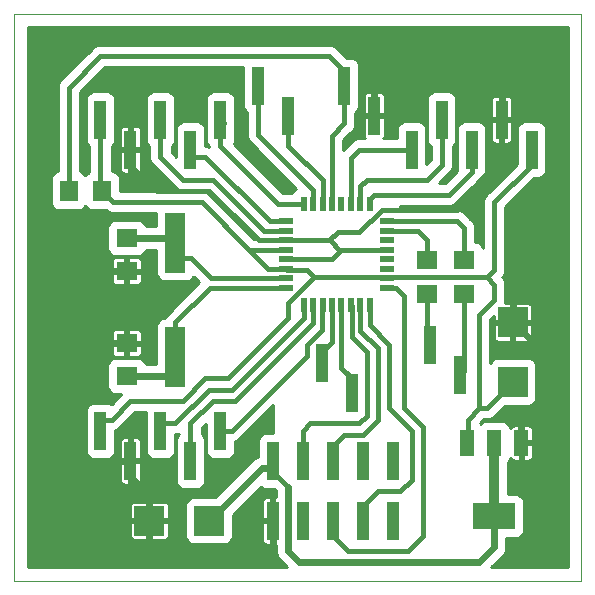
<source format=gtl>
G75*
%MOIN*%
%OFA0B0*%
%FSLAX24Y24*%
%IPPOS*%
%LPD*%
%AMOC8*
5,1,8,0,0,1.08239X$1,22.5*
%
%ADD10C,0.0000*%
%ADD11R,0.0500X0.0220*%
%ADD12R,0.0220X0.0500*%
%ADD13R,0.0400X0.1300*%
%ADD14R,0.0700X0.2000*%
%ADD15R,0.0709X0.0630*%
%ADD16R,0.0480X0.0880*%
%ADD17R,0.1417X0.0866*%
%ADD18R,0.0710X0.0630*%
%ADD19R,0.0630X0.0710*%
%ADD20R,0.0984X0.1004*%
%ADD21R,0.1004X0.0984*%
%ADD22C,0.0160*%
%ADD23C,0.0240*%
%ADD24C,0.0100*%
%ADD25C,0.0320*%
D10*
X000937Y000937D02*
X000937Y019835D01*
X019835Y019835D01*
X019835Y000937D01*
X000937Y000937D01*
D11*
X009997Y010710D03*
X009997Y011025D03*
X009997Y011340D03*
X009997Y011655D03*
X009997Y011970D03*
X009997Y012285D03*
X009997Y012600D03*
X009997Y012915D03*
X013377Y012915D03*
X013377Y012600D03*
X013377Y012285D03*
X013377Y011970D03*
X013377Y011655D03*
X013377Y011340D03*
X013377Y011025D03*
X013377Y010710D03*
D12*
X012790Y010122D03*
X012475Y010122D03*
X012160Y010122D03*
X011845Y010122D03*
X011530Y010122D03*
X011215Y010122D03*
X010900Y010122D03*
X010585Y010122D03*
X010585Y013502D03*
X010900Y013502D03*
X011215Y013502D03*
X011530Y013502D03*
X011845Y013502D03*
X012160Y013502D03*
X012475Y013502D03*
X012790Y013502D03*
D13*
X014187Y015312D03*
X015187Y016312D03*
X016187Y015312D03*
X017187Y016312D03*
X018187Y015312D03*
X012937Y016437D03*
X011937Y017437D03*
X010062Y016437D03*
X009062Y017437D03*
X007812Y016312D03*
X006812Y015312D03*
X005812Y016312D03*
X004812Y015312D03*
X003812Y016312D03*
X011187Y008187D03*
X012187Y007187D03*
X012562Y004937D03*
X011562Y004937D03*
X010562Y004937D03*
X009562Y004937D03*
X009562Y002937D03*
X010562Y002937D03*
X011562Y002937D03*
X012562Y002937D03*
X013562Y002937D03*
X013562Y004937D03*
X015812Y007812D03*
X014812Y008812D03*
X007812Y005937D03*
X006812Y004937D03*
X005812Y005937D03*
X004812Y004937D03*
X003812Y005937D03*
D14*
X006312Y008412D03*
X006312Y012212D03*
D15*
X004687Y012364D03*
X004687Y011261D03*
X004687Y008864D03*
X004687Y007761D03*
D16*
X016028Y005532D03*
X016937Y005532D03*
X017847Y005532D03*
D17*
X016937Y003092D03*
D18*
X015937Y010503D03*
X015937Y011622D03*
X014687Y011622D03*
X014687Y010503D03*
D19*
X003872Y013937D03*
X002753Y013937D03*
D20*
X017562Y009556D03*
X017562Y007568D03*
D21*
X007431Y002937D03*
X005443Y002937D03*
D22*
X005437Y002931D01*
X006812Y004937D02*
X006812Y006187D01*
X007562Y006937D01*
X008312Y006937D01*
X010900Y009525D01*
X010900Y010122D01*
X011187Y010095D02*
X011187Y009312D01*
X010687Y008812D01*
X010687Y008437D01*
X008187Y005937D01*
X007812Y005937D01*
X006562Y006937D02*
X004812Y006937D01*
X004187Y006312D01*
X003812Y006312D01*
X003812Y005937D01*
X005812Y005937D02*
X005812Y005687D01*
X005812Y005937D02*
X005812Y006187D01*
X006312Y006187D01*
X007437Y007312D01*
X008187Y007312D01*
X010585Y009710D01*
X010585Y010122D01*
X010062Y010187D02*
X010062Y009687D01*
X008062Y007687D01*
X007312Y007687D01*
X006562Y006937D01*
X006312Y007687D02*
X006312Y008412D01*
X006312Y009562D01*
X007460Y010710D01*
X009997Y010710D01*
X009997Y011025D02*
X007500Y011025D01*
X006837Y011687D01*
X006312Y011687D01*
X006312Y012212D01*
X006161Y012364D01*
X007187Y013562D02*
X004247Y013562D01*
X003872Y013937D01*
X003812Y013997D01*
X003812Y016312D01*
X004812Y015312D02*
X004812Y014812D01*
X005687Y013937D01*
X007437Y013937D01*
X009090Y012285D01*
X009997Y012285D01*
X011437Y012285D01*
X011715Y012562D01*
X012437Y012562D01*
X013187Y013312D01*
X015687Y013312D01*
X017187Y014812D01*
X017187Y016312D01*
X016187Y015312D02*
X016187Y014562D01*
X015437Y013812D01*
X012937Y013812D01*
X012790Y013665D01*
X012790Y013502D01*
X012475Y013502D02*
X012475Y014100D01*
X012687Y014312D01*
X014687Y014312D01*
X015187Y014812D01*
X015187Y016312D01*
X014187Y015312D02*
X012437Y015312D01*
X012160Y015035D01*
X012160Y013502D01*
X011530Y013502D02*
X011530Y015780D01*
X011937Y016187D01*
X011937Y017437D01*
X011937Y017937D01*
X011437Y018437D01*
X003812Y018437D01*
X002753Y017378D01*
X002753Y013937D01*
X005812Y015062D02*
X005812Y016312D01*
X006812Y015312D02*
X006812Y015062D01*
X007312Y015062D01*
X009460Y012915D01*
X009997Y012915D01*
X009997Y012600D02*
X009275Y012600D01*
X007562Y014312D01*
X006562Y014312D01*
X005812Y015062D01*
X007187Y013562D02*
X008780Y011970D01*
X009410Y011340D01*
X009997Y011340D01*
X010025Y011312D01*
X010687Y011312D01*
X010937Y011062D01*
X010062Y010187D01*
X010937Y011062D02*
X013340Y011062D01*
X013377Y011025D01*
X013415Y011062D01*
X016687Y011062D01*
X016937Y010812D01*
X016937Y010312D01*
X016437Y009812D01*
X016437Y006687D01*
X016687Y006687D01*
X017187Y007187D01*
X017562Y007187D01*
X017562Y007568D01*
X016437Y006687D02*
X016062Y006312D01*
X016062Y005567D01*
X016028Y005532D01*
X014562Y006062D02*
X014562Y002437D01*
X014062Y001937D01*
X012062Y001937D01*
X011562Y002437D01*
X011562Y002937D01*
X012562Y002937D02*
X012562Y003437D01*
X013062Y003937D01*
X013812Y003937D01*
X014187Y004312D01*
X014187Y005937D01*
X013437Y006687D01*
X013437Y008812D01*
X012790Y009460D01*
X012790Y010122D01*
X012475Y010122D02*
X012475Y009275D01*
X013062Y008687D01*
X013062Y006312D01*
X012562Y005812D01*
X011937Y005812D01*
X011562Y005437D01*
X011562Y004937D01*
X010562Y004937D02*
X010562Y005937D01*
X010812Y006187D01*
X012437Y006187D01*
X012687Y006437D01*
X012687Y008562D01*
X012187Y009062D01*
X012187Y010095D01*
X012160Y010122D01*
X011845Y010122D02*
X011845Y008030D01*
X012187Y007687D01*
X012187Y007187D01*
X011187Y008187D02*
X011187Y008562D01*
X011530Y008905D01*
X011530Y010122D01*
X011215Y010122D02*
X011187Y010095D01*
X011530Y011655D02*
X009997Y011655D01*
X009997Y011970D02*
X008780Y011970D01*
X009747Y013502D02*
X007812Y015437D01*
X007812Y016312D01*
X007937Y016187D01*
X009062Y015812D02*
X009062Y017437D01*
X010062Y016437D02*
X010062Y015437D01*
X011215Y014285D01*
X011215Y013502D01*
X010900Y013502D02*
X010900Y013975D01*
X009062Y015812D01*
X009747Y013502D02*
X010585Y013502D01*
X011437Y012285D02*
X011465Y012285D01*
X011812Y011937D01*
X011530Y011655D01*
X011812Y011937D02*
X011845Y011970D01*
X013377Y011970D01*
X013377Y012600D02*
X014400Y012600D01*
X014687Y012312D01*
X014687Y011622D01*
X014687Y010503D02*
X014687Y008937D01*
X014812Y008812D01*
X015812Y007812D02*
X015937Y007937D01*
X015937Y010503D01*
X016687Y011062D02*
X016937Y011312D01*
X016937Y013562D01*
X018187Y014812D01*
X018187Y015312D01*
X015710Y012915D02*
X015937Y012687D01*
X015937Y011622D01*
X015710Y012915D02*
X013377Y012915D01*
X013377Y010710D02*
X013665Y010710D01*
X013937Y010437D01*
X013937Y006687D01*
X014562Y006062D01*
X010062Y004062D02*
X009562Y004562D01*
X009562Y004687D01*
X009562Y004937D01*
X007562Y003062D02*
X007562Y002937D01*
X006312Y007687D02*
X006239Y007761D01*
D23*
X004687Y007761D01*
X004687Y008864D02*
X002136Y008864D01*
X001812Y009187D01*
X001812Y010937D01*
X002136Y011261D01*
X004687Y011261D01*
X004687Y012364D02*
X006161Y012364D01*
X001812Y010937D02*
X001812Y017312D01*
X003562Y019062D01*
X017937Y019062D01*
X018562Y018437D01*
X017562Y018437D01*
X017187Y018062D01*
X017187Y016312D01*
X017187Y018062D02*
X016812Y018437D01*
X013312Y018437D01*
X012937Y018062D01*
X012937Y016437D01*
X017562Y012937D02*
X018937Y014312D01*
X018937Y018062D01*
X018562Y018437D01*
X017562Y012937D02*
X017562Y009556D01*
X018562Y008556D01*
X018562Y006937D01*
X017847Y006222D01*
X017847Y005532D01*
X016937Y003092D02*
X016937Y002062D01*
X016437Y001562D01*
X010437Y001562D01*
X010062Y001937D01*
X010062Y004062D01*
X009562Y004687D02*
X009187Y004687D01*
X007562Y003062D01*
X007562Y002937D02*
X007431Y002937D01*
X005812Y001562D02*
X005437Y001937D01*
X005437Y002931D01*
X005443Y002937D02*
X005443Y003806D01*
X004812Y004437D01*
X004812Y004937D01*
X002812Y004937D01*
X001812Y005937D01*
X001812Y009187D01*
X005812Y001562D02*
X009187Y001562D01*
X009562Y001937D01*
X009562Y002937D01*
D24*
X009562Y002887D02*
X009512Y002887D01*
X009612Y002887D01*
X009612Y002137D01*
X009652Y002137D01*
X009652Y001856D01*
X009715Y001705D01*
X009830Y001590D01*
X010033Y001387D01*
X009437Y001387D01*
X009437Y002137D01*
X009512Y002137D01*
X009512Y002887D01*
X009512Y002137D01*
X009343Y002137D01*
X009305Y002148D01*
X009270Y002167D01*
X009242Y002195D01*
X009223Y002230D01*
X009212Y002268D01*
X009212Y002887D01*
X009512Y002887D01*
X009512Y002987D01*
X009212Y002987D01*
X009212Y003607D01*
X009223Y003645D01*
X009242Y003680D01*
X009270Y003707D01*
X009305Y003727D01*
X009343Y003737D01*
X009512Y003737D01*
X009437Y003737D01*
X009437Y003997D01*
X009604Y003997D01*
X009652Y003949D01*
X009652Y003737D01*
X009612Y003737D01*
X009612Y002987D01*
X009512Y002987D01*
X009512Y003737D01*
X009512Y002987D01*
X009562Y002987D01*
X009562Y003997D01*
X009305Y003997D01*
X009198Y004042D01*
X009160Y004080D01*
X008223Y003144D01*
X008223Y002388D01*
X008179Y002281D01*
X008098Y002199D01*
X007991Y002155D01*
X006872Y002155D01*
X006765Y002199D01*
X006684Y002281D01*
X006640Y002388D01*
X006640Y003487D01*
X006684Y003594D01*
X006765Y003675D01*
X006872Y003720D01*
X007640Y003720D01*
X008840Y004920D01*
X008955Y005035D01*
X009072Y005084D01*
X009072Y005645D01*
X009117Y005752D01*
X009198Y005833D01*
X009305Y005877D01*
X009562Y005877D01*
X009562Y006789D01*
X008501Y005728D01*
X008501Y005728D01*
X008397Y005624D01*
X008302Y005585D01*
X008302Y005230D01*
X008258Y005123D01*
X008177Y005042D01*
X008070Y004997D01*
X007555Y004997D01*
X007448Y005042D01*
X007367Y005123D01*
X007322Y005230D01*
X007322Y006174D01*
X007182Y006034D01*
X007182Y005828D01*
X007258Y005752D01*
X007302Y005645D01*
X007302Y004230D01*
X007258Y004123D01*
X007177Y004042D01*
X007070Y003997D01*
X006555Y003997D01*
X006448Y004042D01*
X006367Y004123D01*
X006322Y004230D01*
X006322Y005645D01*
X006367Y005752D01*
X006442Y005828D01*
X006442Y005841D01*
X006386Y005817D01*
X006302Y005817D01*
X006302Y005230D01*
X006258Y005123D01*
X006177Y005042D01*
X006070Y004997D01*
X005555Y004997D01*
X005448Y005042D01*
X005367Y005123D01*
X005322Y005230D01*
X005322Y006567D01*
X004966Y006567D01*
X004501Y006103D01*
X004397Y005999D01*
X004302Y005960D01*
X004302Y005230D01*
X004258Y005123D01*
X004177Y005042D01*
X004070Y004997D01*
X003555Y004997D01*
X003448Y005042D01*
X003367Y005123D01*
X003322Y005230D01*
X003322Y006645D01*
X003367Y006752D01*
X003448Y006833D01*
X003555Y006877D01*
X004070Y006877D01*
X004177Y006833D01*
X004181Y006829D01*
X004508Y007156D01*
X004275Y007156D01*
X004169Y007200D01*
X004087Y007282D01*
X004043Y007389D01*
X004043Y008134D01*
X004087Y008240D01*
X004169Y008322D01*
X004275Y008366D01*
X005099Y008366D01*
X005206Y008322D01*
X005288Y008240D01*
X005316Y008171D01*
X005672Y008171D01*
X005672Y009470D01*
X005717Y009577D01*
X005798Y009658D01*
X005905Y009702D01*
X005970Y009702D01*
X005999Y009772D01*
X006103Y009876D01*
X007114Y010887D01*
X006921Y011080D01*
X006908Y011048D01*
X006827Y010967D01*
X006720Y010922D01*
X005905Y010922D01*
X005798Y010967D01*
X005717Y011048D01*
X005672Y011155D01*
X005672Y011954D01*
X005316Y011954D01*
X005288Y011884D01*
X005206Y011803D01*
X005099Y011759D01*
X004275Y011759D01*
X004169Y011803D01*
X004087Y011884D01*
X004043Y011991D01*
X004043Y012736D01*
X004087Y012843D01*
X004169Y012924D01*
X004275Y012969D01*
X005099Y012969D01*
X005206Y012924D01*
X005288Y012843D01*
X005316Y012774D01*
X005672Y012774D01*
X005672Y013192D01*
X004174Y013192D01*
X004038Y013249D01*
X003994Y013292D01*
X003500Y013292D01*
X003393Y013337D01*
X003312Y013417D01*
X003232Y013337D01*
X003125Y013292D01*
X002380Y013292D01*
X002273Y013337D01*
X002192Y013418D01*
X002148Y013525D01*
X002148Y014062D01*
X001387Y014062D01*
X001387Y001387D01*
X009562Y001387D01*
X009562Y002887D01*
X009512Y002907D02*
X008223Y002907D01*
X008223Y002809D02*
X009212Y002809D01*
X009212Y002710D02*
X008223Y002710D01*
X008223Y002612D02*
X009212Y002612D01*
X009212Y002513D02*
X008223Y002513D01*
X008223Y002415D02*
X009212Y002415D01*
X009212Y002316D02*
X008194Y002316D01*
X008116Y002218D02*
X009229Y002218D01*
X009437Y002119D02*
X009652Y002119D01*
X009562Y002119D02*
X001387Y002119D01*
X001387Y002021D02*
X009562Y002021D01*
X009652Y002021D02*
X009437Y002021D01*
X009437Y001922D02*
X009652Y001922D01*
X009562Y001922D02*
X001387Y001922D01*
X001387Y001824D02*
X009562Y001824D01*
X009562Y001725D02*
X001387Y001725D01*
X001387Y001627D02*
X009562Y001627D01*
X009562Y001528D02*
X001387Y001528D01*
X001387Y001430D02*
X009562Y001430D01*
X009437Y001430D02*
X009990Y001430D01*
X009892Y001528D02*
X009437Y001528D01*
X009437Y001627D02*
X009793Y001627D01*
X009706Y001725D02*
X009437Y001725D01*
X009437Y001824D02*
X009666Y001824D01*
X009612Y002218D02*
X009512Y002218D01*
X009562Y002218D01*
X009562Y002316D02*
X009512Y002316D01*
X009612Y002316D01*
X009612Y002415D02*
X009512Y002415D01*
X009562Y002415D01*
X009562Y002513D02*
X009512Y002513D01*
X009612Y002513D01*
X009612Y002612D02*
X009512Y002612D01*
X009562Y002612D01*
X009562Y002710D02*
X009512Y002710D01*
X009612Y002710D01*
X009612Y002809D02*
X009512Y002809D01*
X009562Y002809D01*
X009562Y003006D02*
X009512Y003006D01*
X009612Y003006D01*
X009612Y003104D02*
X009512Y003104D01*
X009562Y003104D01*
X009562Y003203D02*
X009512Y003203D01*
X009612Y003203D01*
X009612Y003301D02*
X009512Y003301D01*
X009562Y003301D01*
X009562Y003400D02*
X009512Y003400D01*
X009612Y003400D01*
X009612Y003498D02*
X009512Y003498D01*
X009562Y003498D01*
X009562Y003597D02*
X009512Y003597D01*
X009612Y003597D01*
X009612Y003695D02*
X009512Y003695D01*
X009562Y003695D01*
X009562Y003794D02*
X008874Y003794D01*
X008972Y003892D02*
X009562Y003892D01*
X009652Y003892D02*
X009437Y003892D01*
X009437Y003794D02*
X009652Y003794D01*
X009611Y003991D02*
X009437Y003991D01*
X009562Y003991D02*
X009071Y003991D01*
X009258Y003695D02*
X008775Y003695D01*
X008677Y003597D02*
X009212Y003597D01*
X009212Y003498D02*
X008578Y003498D01*
X008480Y003400D02*
X009212Y003400D01*
X009212Y003301D02*
X008381Y003301D01*
X008283Y003203D02*
X009212Y003203D01*
X009212Y003104D02*
X008223Y003104D01*
X008223Y003006D02*
X009212Y003006D01*
X008108Y004188D02*
X007285Y004188D01*
X007302Y004286D02*
X008207Y004286D01*
X008305Y004385D02*
X007302Y004385D01*
X007302Y004483D02*
X008404Y004483D01*
X008502Y004582D02*
X007302Y004582D01*
X007302Y004680D02*
X008601Y004680D01*
X008699Y004779D02*
X007302Y004779D01*
X007302Y004877D02*
X008798Y004877D01*
X008896Y004976D02*
X007302Y004976D01*
X007302Y005074D02*
X007415Y005074D01*
X007346Y005173D02*
X007302Y005173D01*
X007302Y005271D02*
X007322Y005271D01*
X007322Y005370D02*
X007302Y005370D01*
X007302Y005468D02*
X007322Y005468D01*
X007322Y005567D02*
X007302Y005567D01*
X007294Y005665D02*
X007322Y005665D01*
X007322Y005764D02*
X007246Y005764D01*
X007182Y005862D02*
X007322Y005862D01*
X007322Y005961D02*
X007182Y005961D01*
X007208Y006059D02*
X007322Y006059D01*
X007322Y006158D02*
X007306Y006158D01*
X008302Y005567D02*
X009072Y005567D01*
X009072Y005468D02*
X008302Y005468D01*
X008302Y005370D02*
X009072Y005370D01*
X009072Y005271D02*
X008302Y005271D01*
X008279Y005173D02*
X009072Y005173D01*
X009050Y005074D02*
X008210Y005074D01*
X008439Y005665D02*
X009081Y005665D01*
X009129Y005764D02*
X008537Y005764D01*
X008636Y005862D02*
X009269Y005862D01*
X009562Y005961D02*
X008734Y005961D01*
X008833Y006059D02*
X009562Y006059D01*
X009562Y006158D02*
X008931Y006158D01*
X009030Y006256D02*
X009562Y006256D01*
X009562Y006355D02*
X009128Y006355D01*
X009227Y006453D02*
X009562Y006453D01*
X009562Y006552D02*
X009325Y006552D01*
X009424Y006650D02*
X009562Y006650D01*
X009562Y006749D02*
X009522Y006749D01*
X008010Y004089D02*
X007225Y004089D01*
X006814Y003695D02*
X001387Y003695D01*
X001387Y003597D02*
X006687Y003597D01*
X006644Y003498D02*
X006079Y003498D01*
X006085Y003487D02*
X006065Y003522D01*
X006037Y003550D01*
X006003Y003569D01*
X005965Y003580D01*
X005493Y003580D01*
X005493Y002987D01*
X006095Y002987D01*
X006095Y003449D01*
X006085Y003487D01*
X006095Y003400D02*
X006640Y003400D01*
X006640Y003301D02*
X006095Y003301D01*
X006095Y003203D02*
X006640Y003203D01*
X006640Y003104D02*
X006095Y003104D01*
X006095Y003006D02*
X006640Y003006D01*
X006640Y002907D02*
X005493Y002907D01*
X005493Y002887D02*
X005493Y002987D01*
X005393Y002987D01*
X005393Y002887D01*
X005493Y002887D01*
X005493Y002295D01*
X005965Y002295D01*
X006003Y002305D01*
X006037Y002325D01*
X006065Y002353D01*
X006085Y002387D01*
X006095Y002426D01*
X006095Y002887D01*
X005493Y002887D01*
X005493Y002809D02*
X005393Y002809D01*
X005393Y002887D02*
X005393Y002295D01*
X004922Y002295D01*
X004883Y002305D01*
X004849Y002325D01*
X004821Y002353D01*
X004802Y002387D01*
X004791Y002426D01*
X004791Y002887D01*
X005393Y002887D01*
X005393Y002907D02*
X001387Y002907D01*
X001387Y002809D02*
X004791Y002809D01*
X004791Y002710D02*
X001387Y002710D01*
X001387Y002612D02*
X004791Y002612D01*
X004791Y002513D02*
X001387Y002513D01*
X001387Y002415D02*
X004794Y002415D01*
X004865Y002316D02*
X001387Y002316D01*
X001387Y002218D02*
X006747Y002218D01*
X006669Y002316D02*
X006022Y002316D01*
X006092Y002415D02*
X006640Y002415D01*
X006640Y002513D02*
X006095Y002513D01*
X006095Y002612D02*
X006640Y002612D01*
X006640Y002710D02*
X006095Y002710D01*
X006095Y002809D02*
X006640Y002809D01*
X005493Y002710D02*
X005393Y002710D01*
X005393Y002612D02*
X005493Y002612D01*
X005493Y002513D02*
X005393Y002513D01*
X005393Y002415D02*
X005493Y002415D01*
X005493Y002316D02*
X005393Y002316D01*
X005393Y002987D02*
X004791Y002987D01*
X004791Y003449D01*
X004802Y003487D01*
X004821Y003522D01*
X004849Y003550D01*
X004883Y003569D01*
X004922Y003580D01*
X005393Y003580D01*
X005393Y002987D01*
X005393Y003006D02*
X005493Y003006D01*
X005493Y003104D02*
X005393Y003104D01*
X005393Y003203D02*
X005493Y003203D01*
X005493Y003301D02*
X005393Y003301D01*
X005393Y003400D02*
X005493Y003400D01*
X005493Y003498D02*
X005393Y003498D01*
X004808Y003498D02*
X001387Y003498D01*
X001387Y003400D02*
X004791Y003400D01*
X004791Y003301D02*
X001387Y003301D01*
X001387Y003203D02*
X004791Y003203D01*
X004791Y003104D02*
X001387Y003104D01*
X001387Y003006D02*
X004791Y003006D01*
X004762Y004137D02*
X004762Y004887D01*
X004862Y004887D01*
X004862Y004137D01*
X005032Y004137D01*
X005070Y004148D01*
X005105Y004167D01*
X005132Y004195D01*
X005152Y004230D01*
X005162Y004268D01*
X005162Y004887D01*
X004862Y004887D01*
X004862Y004987D01*
X004762Y004987D01*
X004762Y004887D01*
X004462Y004887D01*
X004462Y004268D01*
X004473Y004230D01*
X004492Y004195D01*
X004520Y004167D01*
X004555Y004148D01*
X004593Y004137D01*
X004762Y004137D01*
X004762Y004188D02*
X004862Y004188D01*
X004862Y004286D02*
X004762Y004286D01*
X004762Y004385D02*
X004862Y004385D01*
X004862Y004483D02*
X004762Y004483D01*
X004762Y004582D02*
X004862Y004582D01*
X004862Y004680D02*
X004762Y004680D01*
X004762Y004779D02*
X004862Y004779D01*
X004862Y004877D02*
X004762Y004877D01*
X004762Y004976D02*
X001387Y004976D01*
X001387Y005074D02*
X003415Y005074D01*
X003346Y005173D02*
X001387Y005173D01*
X001387Y005271D02*
X003322Y005271D01*
X003322Y005370D02*
X001387Y005370D01*
X001387Y005468D02*
X003322Y005468D01*
X003322Y005567D02*
X001387Y005567D01*
X001387Y005665D02*
X003322Y005665D01*
X003322Y005764D02*
X001387Y005764D01*
X001387Y005862D02*
X003322Y005862D01*
X003322Y005961D02*
X001387Y005961D01*
X001387Y006059D02*
X003322Y006059D01*
X003322Y006158D02*
X001387Y006158D01*
X001387Y006256D02*
X003322Y006256D01*
X003322Y006355D02*
X001387Y006355D01*
X001387Y006453D02*
X003322Y006453D01*
X003322Y006552D02*
X001387Y006552D01*
X001387Y006650D02*
X003325Y006650D01*
X003365Y006749D02*
X001387Y006749D01*
X001387Y006847D02*
X003482Y006847D01*
X004142Y006847D02*
X004199Y006847D01*
X004298Y006946D02*
X001387Y006946D01*
X001387Y007044D02*
X004396Y007044D01*
X004495Y007143D02*
X001387Y007143D01*
X001387Y007241D02*
X004128Y007241D01*
X004063Y007340D02*
X001387Y007340D01*
X001387Y007438D02*
X004043Y007438D01*
X004043Y007537D02*
X001387Y007537D01*
X001387Y007635D02*
X004043Y007635D01*
X004043Y007734D02*
X001387Y007734D01*
X001387Y007832D02*
X004043Y007832D01*
X004043Y007931D02*
X001387Y007931D01*
X001387Y008029D02*
X004043Y008029D01*
X004043Y008128D02*
X001387Y008128D01*
X001387Y008226D02*
X004081Y008226D01*
X004176Y008325D02*
X001387Y008325D01*
X001387Y008423D02*
X004250Y008423D01*
X004241Y008429D02*
X004275Y008409D01*
X004313Y008399D01*
X004637Y008399D01*
X004637Y008814D01*
X004183Y008814D01*
X004183Y008529D01*
X004193Y008491D01*
X004213Y008457D01*
X004241Y008429D01*
X004185Y008522D02*
X001387Y008522D01*
X001387Y008620D02*
X004183Y008620D01*
X004183Y008719D02*
X001387Y008719D01*
X001387Y008817D02*
X004637Y008817D01*
X004637Y008814D02*
X004637Y008914D01*
X004637Y009329D01*
X004313Y009329D01*
X004275Y009318D01*
X004241Y009299D01*
X004213Y009271D01*
X004193Y009236D01*
X004183Y009198D01*
X004183Y008914D01*
X004637Y008914D01*
X004737Y008914D01*
X004737Y009329D01*
X005061Y009329D01*
X005100Y009318D01*
X005134Y009299D01*
X005162Y009271D01*
X005182Y009236D01*
X005192Y009198D01*
X005192Y008914D01*
X004737Y008914D01*
X004737Y008814D01*
X005192Y008814D01*
X005192Y008529D01*
X005182Y008491D01*
X005162Y008457D01*
X005134Y008429D01*
X005100Y008409D01*
X005061Y008399D01*
X004737Y008399D01*
X004737Y008814D01*
X004637Y008814D01*
X004637Y008719D02*
X004737Y008719D01*
X004737Y008817D02*
X005672Y008817D01*
X005672Y008719D02*
X005192Y008719D01*
X005192Y008620D02*
X005672Y008620D01*
X005672Y008522D02*
X005190Y008522D01*
X005125Y008423D02*
X005672Y008423D01*
X005672Y008325D02*
X005199Y008325D01*
X005293Y008226D02*
X005672Y008226D01*
X005672Y008916D02*
X005192Y008916D01*
X005192Y009014D02*
X005672Y009014D01*
X005672Y009113D02*
X005192Y009113D01*
X005188Y009211D02*
X005672Y009211D01*
X005672Y009310D02*
X005114Y009310D01*
X004737Y009310D02*
X004637Y009310D01*
X004637Y009211D02*
X004737Y009211D01*
X004737Y009113D02*
X004637Y009113D01*
X004637Y009014D02*
X004737Y009014D01*
X004737Y008916D02*
X004637Y008916D01*
X004637Y008620D02*
X004737Y008620D01*
X004737Y008522D02*
X004637Y008522D01*
X004637Y008423D02*
X004737Y008423D01*
X004183Y008916D02*
X001387Y008916D01*
X001387Y009014D02*
X004183Y009014D01*
X004183Y009113D02*
X001387Y009113D01*
X001387Y009211D02*
X004187Y009211D01*
X004261Y009310D02*
X001387Y009310D01*
X001387Y009408D02*
X005672Y009408D01*
X005688Y009507D02*
X001387Y009507D01*
X001387Y009605D02*
X005745Y009605D01*
X005971Y009704D02*
X001387Y009704D01*
X001387Y009802D02*
X006029Y009802D01*
X006128Y009901D02*
X001387Y009901D01*
X001387Y009999D02*
X006226Y009999D01*
X006325Y010098D02*
X001387Y010098D01*
X001387Y010196D02*
X006423Y010196D01*
X006522Y010295D02*
X001387Y010295D01*
X001387Y010393D02*
X006620Y010393D01*
X006719Y010492D02*
X001387Y010492D01*
X001387Y010590D02*
X006817Y010590D01*
X006916Y010689D02*
X001387Y010689D01*
X001387Y010787D02*
X007014Y010787D01*
X007113Y010886D02*
X005180Y010886D01*
X005182Y010888D02*
X005192Y010927D01*
X005192Y011211D01*
X004737Y011211D01*
X004737Y010796D01*
X005061Y010796D01*
X005100Y010806D01*
X005134Y010826D01*
X005162Y010854D01*
X005182Y010888D01*
X005192Y010984D02*
X005780Y010984D01*
X005702Y011083D02*
X005192Y011083D01*
X005192Y011181D02*
X005672Y011181D01*
X005672Y011280D02*
X004737Y011280D01*
X004737Y011311D02*
X005192Y011311D01*
X005192Y011596D01*
X005182Y011634D01*
X005162Y011668D01*
X005134Y011696D01*
X005100Y011716D01*
X005061Y011726D01*
X004737Y011726D01*
X004737Y011311D01*
X004637Y011311D01*
X004637Y011211D01*
X004183Y011211D01*
X004183Y010927D01*
X004193Y010888D01*
X004213Y010854D01*
X004241Y010826D01*
X004275Y010806D01*
X004313Y010796D01*
X004637Y010796D01*
X004637Y011211D01*
X004737Y011211D01*
X004737Y011311D01*
X004737Y011378D02*
X004637Y011378D01*
X004637Y011311D02*
X004637Y011726D01*
X004313Y011726D01*
X004275Y011716D01*
X004241Y011696D01*
X004213Y011668D01*
X004193Y011634D01*
X004183Y011596D01*
X004183Y011311D01*
X004637Y011311D01*
X004637Y011280D02*
X001387Y011280D01*
X001387Y011378D02*
X004183Y011378D01*
X004183Y011477D02*
X001387Y011477D01*
X001387Y011575D02*
X004183Y011575D01*
X004219Y011674D02*
X001387Y011674D01*
X001387Y011772D02*
X004242Y011772D01*
X004101Y011871D02*
X001387Y011871D01*
X001387Y011969D02*
X004052Y011969D01*
X004043Y012068D02*
X001387Y012068D01*
X001387Y012166D02*
X004043Y012166D01*
X004043Y012265D02*
X001387Y012265D01*
X001387Y012363D02*
X004043Y012363D01*
X004043Y012462D02*
X001387Y012462D01*
X001387Y012560D02*
X004043Y012560D01*
X004043Y012659D02*
X001387Y012659D01*
X001387Y012757D02*
X004052Y012757D01*
X004100Y012856D02*
X001387Y012856D01*
X001387Y012954D02*
X004241Y012954D01*
X004036Y013250D02*
X001387Y013250D01*
X001387Y013348D02*
X002262Y013348D01*
X002180Y013447D02*
X001387Y013447D01*
X001387Y013545D02*
X002148Y013545D01*
X002148Y013644D02*
X001387Y013644D01*
X001387Y013742D02*
X002148Y013742D01*
X002148Y013825D02*
X001387Y013820D01*
X001387Y019385D01*
X019385Y019385D01*
X019385Y013930D01*
X017819Y013920D01*
X018271Y014372D01*
X018445Y014372D01*
X018552Y014417D01*
X018633Y014498D01*
X018677Y014605D01*
X018677Y016020D01*
X018633Y016127D01*
X018552Y016208D01*
X018445Y016252D01*
X017930Y016252D01*
X017823Y016208D01*
X017742Y016127D01*
X017697Y016020D01*
X017697Y014846D01*
X016766Y013914D01*
X016058Y013910D01*
X016397Y014249D01*
X016501Y014353D01*
X016522Y014404D01*
X016552Y014417D01*
X016633Y014498D01*
X016677Y014605D01*
X016677Y016020D01*
X016633Y016127D01*
X016552Y016208D01*
X016445Y016252D01*
X015930Y016252D01*
X015823Y016208D01*
X015742Y016127D01*
X015697Y016020D01*
X015697Y014605D01*
X015700Y014598D01*
X015284Y014182D01*
X015081Y014182D01*
X015397Y014499D01*
X015501Y014603D01*
X015557Y014739D01*
X015557Y015422D01*
X015633Y015498D01*
X015677Y015605D01*
X015677Y017020D01*
X015633Y017127D01*
X015552Y017208D01*
X015445Y017252D01*
X014930Y017252D01*
X014823Y017208D01*
X014742Y017127D01*
X014697Y017020D01*
X014697Y015605D01*
X014742Y015498D01*
X014817Y015422D01*
X014817Y014966D01*
X014677Y014826D01*
X014678Y014826D01*
X014677Y014826D02*
X014677Y016020D01*
X014633Y016127D01*
X014552Y016208D01*
X014445Y016252D01*
X013930Y016252D01*
X013823Y016208D01*
X013742Y016127D01*
X013697Y016020D01*
X013697Y015682D01*
X013245Y015682D01*
X013257Y015695D01*
X013277Y015730D01*
X013287Y015768D01*
X013287Y016387D01*
X012987Y016387D01*
X012987Y016487D01*
X012887Y016487D01*
X012887Y016387D01*
X012587Y016387D01*
X012587Y015768D01*
X012598Y015730D01*
X012617Y015695D01*
X012630Y015682D01*
X012364Y015682D01*
X012228Y015626D01*
X012124Y015522D01*
X011900Y015298D01*
X011900Y015627D01*
X012147Y015874D01*
X012251Y015978D01*
X012307Y016114D01*
X012307Y016547D01*
X012383Y016623D01*
X012427Y016730D01*
X012427Y018145D01*
X012383Y018252D01*
X012302Y018333D01*
X012195Y018377D01*
X012021Y018377D01*
X011647Y018751D01*
X011511Y018807D01*
X003739Y018807D01*
X003603Y018751D01*
X003499Y018647D01*
X002439Y017587D01*
X002383Y017451D01*
X002383Y014582D01*
X002380Y014582D01*
X002273Y014538D01*
X002192Y014457D01*
X002148Y014350D01*
X002148Y013825D01*
X002148Y013841D02*
X001387Y013841D01*
X002148Y013841D01*
X002148Y013939D02*
X001387Y013939D01*
X002148Y013939D01*
X002148Y014038D02*
X001387Y014038D01*
X002148Y014038D01*
X002148Y014136D02*
X001387Y014136D01*
X001387Y014235D02*
X002148Y014235D01*
X002148Y014333D02*
X001387Y014333D01*
X001387Y014432D02*
X002182Y014432D01*
X002266Y014530D02*
X001387Y014530D01*
X001387Y014629D02*
X002383Y014629D01*
X002383Y014727D02*
X001387Y014727D01*
X001387Y014826D02*
X002383Y014826D01*
X002383Y014924D02*
X001387Y014924D01*
X001387Y015023D02*
X002383Y015023D01*
X002383Y015121D02*
X001387Y015121D01*
X001387Y015220D02*
X002383Y015220D01*
X002383Y015318D02*
X001387Y015318D01*
X001387Y015417D02*
X002383Y015417D01*
X002383Y015515D02*
X001387Y015515D01*
X001387Y015614D02*
X002383Y015614D01*
X002383Y015712D02*
X001387Y015712D01*
X001387Y015811D02*
X002383Y015811D01*
X002383Y015909D02*
X001387Y015909D01*
X001387Y016008D02*
X002383Y016008D01*
X002383Y016106D02*
X001387Y016106D01*
X001387Y016205D02*
X002383Y016205D01*
X002383Y016303D02*
X001387Y016303D01*
X001387Y016402D02*
X002383Y016402D01*
X002383Y016500D02*
X001387Y016500D01*
X001387Y016599D02*
X002383Y016599D01*
X002383Y016697D02*
X001387Y016697D01*
X001387Y016796D02*
X002383Y016796D01*
X002383Y016894D02*
X001387Y016894D01*
X001387Y016993D02*
X002383Y016993D01*
X002383Y017091D02*
X001387Y017091D01*
X001387Y017190D02*
X002383Y017190D01*
X002383Y017288D02*
X001387Y017288D01*
X001387Y017387D02*
X002383Y017387D01*
X002397Y017485D02*
X001387Y017485D01*
X001387Y017584D02*
X002438Y017584D01*
X002534Y017682D02*
X001387Y017682D01*
X001387Y017781D02*
X002633Y017781D01*
X002731Y017879D02*
X001387Y017879D01*
X001387Y017978D02*
X002830Y017978D01*
X002928Y018076D02*
X001387Y018076D01*
X001387Y018175D02*
X003027Y018175D01*
X003125Y018273D02*
X001387Y018273D01*
X001387Y018372D02*
X003224Y018372D01*
X003322Y018470D02*
X001387Y018470D01*
X001387Y018569D02*
X003421Y018569D01*
X003519Y018667D02*
X001387Y018667D01*
X001387Y018766D02*
X003639Y018766D01*
X003966Y018067D02*
X008572Y018067D01*
X008572Y016730D01*
X008617Y016623D01*
X008692Y016547D01*
X008692Y015739D01*
X008749Y015603D01*
X008853Y015499D01*
X010341Y014011D01*
X010311Y013998D01*
X010229Y013917D01*
X010211Y013874D01*
X009977Y013872D01*
X009901Y013872D01*
X008263Y015510D01*
X008302Y015605D01*
X008302Y016102D01*
X008307Y016114D01*
X008307Y016261D01*
X008302Y016273D01*
X008302Y017020D01*
X008258Y017127D01*
X008177Y017208D01*
X008070Y017252D01*
X007555Y017252D01*
X007448Y017208D01*
X007367Y017127D01*
X007322Y017020D01*
X007322Y015605D01*
X007367Y015498D01*
X007442Y015422D01*
X007442Y015409D01*
X007386Y015432D01*
X007302Y015432D01*
X007302Y016020D01*
X007258Y016127D01*
X007177Y016208D01*
X007070Y016252D01*
X006555Y016252D01*
X006448Y016208D01*
X006367Y016127D01*
X006322Y016020D01*
X006322Y015076D01*
X006182Y015216D01*
X006182Y015422D01*
X006258Y015498D01*
X006302Y015605D01*
X006302Y017020D01*
X006258Y017127D01*
X006177Y017208D01*
X006070Y017252D01*
X005555Y017252D01*
X005448Y017208D01*
X005367Y017127D01*
X005322Y017020D01*
X005322Y015605D01*
X005367Y015498D01*
X005442Y015422D01*
X005442Y014989D01*
X005499Y014853D01*
X005603Y014749D01*
X006353Y013999D01*
X006489Y013942D01*
X007409Y013942D01*
X009012Y012340D01*
X008933Y012340D01*
X007501Y013772D01*
X007397Y013876D01*
X007261Y013932D01*
X004477Y013932D01*
X004477Y014062D01*
X006289Y014062D01*
X006353Y013999D01*
X006489Y013942D01*
X007409Y013942D01*
X007494Y013857D01*
X007416Y013857D01*
X007397Y013876D01*
X007261Y013932D01*
X004477Y013932D01*
X004477Y014350D01*
X004433Y014457D01*
X004351Y014538D01*
X004245Y014582D01*
X004182Y014582D01*
X004182Y015422D01*
X004258Y015498D01*
X004302Y015605D01*
X004302Y017020D01*
X004258Y017127D01*
X004177Y017208D01*
X004070Y017252D01*
X003555Y017252D01*
X003448Y017208D01*
X003367Y017127D01*
X003322Y017020D01*
X003322Y015605D01*
X003367Y015498D01*
X003442Y015422D01*
X003442Y014559D01*
X003393Y014538D01*
X003312Y014458D01*
X003232Y014538D01*
X003125Y014582D01*
X003123Y014582D01*
X003123Y017224D01*
X003966Y018067D01*
X003876Y017978D02*
X008572Y017978D01*
X008572Y017879D02*
X003778Y017879D01*
X003679Y017781D02*
X008572Y017781D01*
X008572Y017682D02*
X003581Y017682D01*
X003482Y017584D02*
X008572Y017584D01*
X008572Y017485D02*
X003384Y017485D01*
X003285Y017387D02*
X008572Y017387D01*
X008572Y017288D02*
X003187Y017288D01*
X003123Y017190D02*
X003430Y017190D01*
X003352Y017091D02*
X003123Y017091D01*
X003123Y016993D02*
X003322Y016993D01*
X003322Y016894D02*
X003123Y016894D01*
X003123Y016796D02*
X003322Y016796D01*
X003322Y016697D02*
X003123Y016697D01*
X003123Y016599D02*
X003322Y016599D01*
X003322Y016500D02*
X003123Y016500D01*
X003123Y016402D02*
X003322Y016402D01*
X003322Y016303D02*
X003123Y016303D01*
X003123Y016205D02*
X003322Y016205D01*
X003322Y016106D02*
X003123Y016106D01*
X003123Y016008D02*
X003322Y016008D01*
X003322Y015909D02*
X003123Y015909D01*
X003123Y015811D02*
X003322Y015811D01*
X003322Y015712D02*
X003123Y015712D01*
X003123Y015614D02*
X003322Y015614D01*
X003359Y015515D02*
X003123Y015515D01*
X003123Y015417D02*
X003442Y015417D01*
X003442Y015318D02*
X003123Y015318D01*
X003123Y015220D02*
X003442Y015220D01*
X003442Y015121D02*
X003123Y015121D01*
X003123Y015023D02*
X003442Y015023D01*
X003442Y014924D02*
X003123Y014924D01*
X003123Y014826D02*
X003442Y014826D01*
X003442Y014727D02*
X003123Y014727D01*
X003123Y014629D02*
X003442Y014629D01*
X003385Y014530D02*
X003240Y014530D01*
X004182Y014629D02*
X004466Y014629D01*
X004462Y014643D02*
X004473Y014605D01*
X004492Y014570D01*
X004520Y014542D01*
X004555Y014523D01*
X004593Y014512D01*
X004762Y014512D01*
X004762Y015262D01*
X004862Y015262D01*
X004862Y014512D01*
X005032Y014512D01*
X005070Y014523D01*
X005105Y014542D01*
X005132Y014570D01*
X005152Y014605D01*
X005162Y014643D01*
X005162Y015262D01*
X004862Y015262D01*
X004862Y015362D01*
X004762Y015362D01*
X004762Y015262D01*
X004462Y015262D01*
X004462Y014643D01*
X004462Y014727D02*
X004182Y014727D01*
X004182Y014826D02*
X004462Y014826D01*
X004462Y014924D02*
X004182Y014924D01*
X004182Y015023D02*
X004462Y015023D01*
X004462Y015121D02*
X004182Y015121D01*
X004182Y015220D02*
X004462Y015220D01*
X004462Y015362D02*
X004462Y015982D01*
X004473Y016020D01*
X004492Y016055D01*
X004520Y016082D01*
X004555Y016102D01*
X004593Y016112D01*
X004762Y016112D01*
X004762Y015362D01*
X004462Y015362D01*
X004462Y015417D02*
X004182Y015417D01*
X004182Y015318D02*
X004762Y015318D01*
X004762Y015220D02*
X004862Y015220D01*
X004862Y015318D02*
X005442Y015318D01*
X005442Y015220D02*
X005162Y015220D01*
X005162Y015121D02*
X005442Y015121D01*
X005442Y015023D02*
X005162Y015023D01*
X005162Y014924D02*
X005469Y014924D01*
X005526Y014826D02*
X005162Y014826D01*
X005162Y014727D02*
X005624Y014727D01*
X005723Y014629D02*
X005159Y014629D01*
X005084Y014530D02*
X005821Y014530D01*
X005920Y014432D02*
X004443Y014432D01*
X004477Y014333D02*
X006018Y014333D01*
X006117Y014235D02*
X004477Y014235D01*
X004477Y014136D02*
X006215Y014136D01*
X006314Y014038D02*
X004477Y014038D01*
X006314Y014038D01*
X005672Y013151D02*
X001387Y013151D01*
X001387Y013053D02*
X005672Y013053D01*
X005672Y012954D02*
X005133Y012954D01*
X005274Y012856D02*
X005672Y012856D01*
X005672Y011871D02*
X005274Y011871D01*
X005133Y011772D02*
X005672Y011772D01*
X005672Y011674D02*
X005156Y011674D01*
X005192Y011575D02*
X005672Y011575D01*
X005672Y011477D02*
X005192Y011477D01*
X005192Y011378D02*
X005672Y011378D01*
X004737Y011477D02*
X004637Y011477D01*
X004637Y011575D02*
X004737Y011575D01*
X004737Y011674D02*
X004637Y011674D01*
X004637Y011181D02*
X004737Y011181D01*
X004737Y011083D02*
X004637Y011083D01*
X004637Y010984D02*
X004737Y010984D01*
X004737Y010886D02*
X004637Y010886D01*
X004195Y010886D02*
X001387Y010886D01*
X001387Y010984D02*
X004183Y010984D01*
X004183Y011083D02*
X001387Y011083D01*
X001387Y011181D02*
X004183Y011181D01*
X003381Y013348D02*
X003244Y013348D01*
X004359Y014530D02*
X004541Y014530D01*
X004762Y014530D02*
X004862Y014530D01*
X004862Y014629D02*
X004762Y014629D01*
X004762Y014727D02*
X004862Y014727D01*
X004862Y014826D02*
X004762Y014826D01*
X004762Y014924D02*
X004862Y014924D01*
X004862Y015023D02*
X004762Y015023D01*
X004762Y015121D02*
X004862Y015121D01*
X004862Y015362D02*
X005162Y015362D01*
X005162Y015982D01*
X005152Y016020D01*
X005132Y016055D01*
X005105Y016082D01*
X005070Y016102D01*
X005032Y016112D01*
X004862Y016112D01*
X004862Y015362D01*
X004862Y015417D02*
X004762Y015417D01*
X004762Y015515D02*
X004862Y015515D01*
X004862Y015614D02*
X004762Y015614D01*
X004762Y015712D02*
X004862Y015712D01*
X004862Y015811D02*
X004762Y015811D01*
X004762Y015909D02*
X004862Y015909D01*
X004862Y016008D02*
X004762Y016008D01*
X004762Y016106D02*
X004862Y016106D01*
X005054Y016106D02*
X005322Y016106D01*
X005322Y016008D02*
X005155Y016008D01*
X005162Y015909D02*
X005322Y015909D01*
X005322Y015811D02*
X005162Y015811D01*
X005162Y015712D02*
X005322Y015712D01*
X005322Y015614D02*
X005162Y015614D01*
X005162Y015515D02*
X005359Y015515D01*
X005442Y015417D02*
X005162Y015417D01*
X004462Y015515D02*
X004265Y015515D01*
X004302Y015614D02*
X004462Y015614D01*
X004462Y015712D02*
X004302Y015712D01*
X004302Y015811D02*
X004462Y015811D01*
X004462Y015909D02*
X004302Y015909D01*
X004302Y016008D02*
X004469Y016008D01*
X004570Y016106D02*
X004302Y016106D01*
X004302Y016205D02*
X005322Y016205D01*
X005322Y016303D02*
X004302Y016303D01*
X004302Y016402D02*
X005322Y016402D01*
X005322Y016500D02*
X004302Y016500D01*
X004302Y016599D02*
X005322Y016599D01*
X005322Y016697D02*
X004302Y016697D01*
X004302Y016796D02*
X005322Y016796D01*
X005322Y016894D02*
X004302Y016894D01*
X004302Y016993D02*
X005322Y016993D01*
X005352Y017091D02*
X004273Y017091D01*
X004195Y017190D02*
X005430Y017190D01*
X006195Y017190D02*
X007430Y017190D01*
X007352Y017091D02*
X006273Y017091D01*
X006302Y016993D02*
X007322Y016993D01*
X007322Y016894D02*
X006302Y016894D01*
X006302Y016796D02*
X007322Y016796D01*
X007322Y016697D02*
X006302Y016697D01*
X006302Y016599D02*
X007322Y016599D01*
X007322Y016500D02*
X006302Y016500D01*
X006302Y016402D02*
X007322Y016402D01*
X007322Y016303D02*
X006302Y016303D01*
X006302Y016205D02*
X006445Y016205D01*
X006358Y016106D02*
X006302Y016106D01*
X006302Y016008D02*
X006322Y016008D01*
X006322Y015909D02*
X006302Y015909D01*
X006302Y015811D02*
X006322Y015811D01*
X006322Y015712D02*
X006302Y015712D01*
X006302Y015614D02*
X006322Y015614D01*
X006322Y015515D02*
X006265Y015515D01*
X006322Y015417D02*
X006182Y015417D01*
X006182Y015318D02*
X006322Y015318D01*
X006322Y015220D02*
X006182Y015220D01*
X006277Y015121D02*
X006322Y015121D01*
X007302Y015515D02*
X007359Y015515D01*
X007322Y015614D02*
X007302Y015614D01*
X007302Y015712D02*
X007322Y015712D01*
X007322Y015811D02*
X007302Y015811D01*
X007302Y015909D02*
X007322Y015909D01*
X007322Y016008D02*
X007302Y016008D01*
X007322Y016106D02*
X007267Y016106D01*
X007322Y016205D02*
X007180Y016205D01*
X007423Y015417D02*
X007442Y015417D01*
X008265Y015515D02*
X008836Y015515D01*
X008744Y015614D02*
X008302Y015614D01*
X008302Y015712D02*
X008703Y015712D01*
X008692Y015811D02*
X008302Y015811D01*
X008302Y015909D02*
X008692Y015909D01*
X008692Y016008D02*
X008302Y016008D01*
X008304Y016106D02*
X008692Y016106D01*
X008692Y016205D02*
X008307Y016205D01*
X008302Y016303D02*
X008692Y016303D01*
X008692Y016402D02*
X008302Y016402D01*
X008302Y016500D02*
X008692Y016500D01*
X008641Y016599D02*
X008302Y016599D01*
X008302Y016697D02*
X008586Y016697D01*
X008572Y016796D02*
X008302Y016796D01*
X008302Y016894D02*
X008572Y016894D01*
X008572Y016993D02*
X008302Y016993D01*
X008273Y017091D02*
X008572Y017091D01*
X008572Y017190D02*
X008195Y017190D01*
X008356Y015417D02*
X008935Y015417D01*
X009033Y015318D02*
X008455Y015318D01*
X008553Y015220D02*
X009132Y015220D01*
X009230Y015121D02*
X008652Y015121D01*
X008750Y015023D02*
X009329Y015023D01*
X009427Y014924D02*
X008849Y014924D01*
X008947Y014826D02*
X009526Y014826D01*
X009624Y014727D02*
X009046Y014727D01*
X009144Y014629D02*
X009723Y014629D01*
X009821Y014530D02*
X009243Y014530D01*
X009341Y014432D02*
X009920Y014432D01*
X010018Y014333D02*
X009440Y014333D01*
X009538Y014235D02*
X010117Y014235D01*
X010215Y014136D02*
X009637Y014136D01*
X009735Y014038D02*
X010314Y014038D01*
X010252Y013939D02*
X009834Y013939D01*
X008594Y012757D02*
X008516Y012757D01*
X008496Y012856D02*
X008417Y012856D01*
X008397Y012954D02*
X008319Y012954D01*
X008299Y013053D02*
X008220Y013053D01*
X008200Y013151D02*
X008122Y013151D01*
X008102Y013250D02*
X008023Y013250D01*
X008003Y013348D02*
X007925Y013348D01*
X007905Y013447D02*
X007826Y013447D01*
X007806Y013545D02*
X007728Y013545D01*
X007708Y013644D02*
X007629Y013644D01*
X007609Y013742D02*
X007531Y013742D01*
X007501Y013772D02*
X007501Y013772D01*
X007511Y013841D02*
X007432Y013841D01*
X007412Y013939D02*
X004477Y013939D01*
X007412Y013939D01*
X008614Y012659D02*
X008693Y012659D01*
X008713Y012560D02*
X008791Y012560D01*
X008811Y012462D02*
X008890Y012462D01*
X008910Y012363D02*
X008988Y012363D01*
X007017Y010984D02*
X006845Y010984D01*
X005322Y006552D02*
X004950Y006552D01*
X004852Y006453D02*
X005322Y006453D01*
X005322Y006355D02*
X004753Y006355D01*
X004655Y006256D02*
X005322Y006256D01*
X005322Y006158D02*
X004556Y006158D01*
X004458Y006059D02*
X005322Y006059D01*
X005322Y005961D02*
X004306Y005961D01*
X004302Y005862D02*
X005322Y005862D01*
X005322Y005764D02*
X004302Y005764D01*
X004302Y005665D02*
X004484Y005665D01*
X004492Y005680D02*
X004473Y005645D01*
X004462Y005607D01*
X004462Y004987D01*
X004762Y004987D01*
X004762Y005737D01*
X004593Y005737D01*
X004555Y005727D01*
X004520Y005707D01*
X004492Y005680D01*
X004462Y005567D02*
X004302Y005567D01*
X004302Y005468D02*
X004462Y005468D01*
X004462Y005370D02*
X004302Y005370D01*
X004302Y005271D02*
X004462Y005271D01*
X004462Y005173D02*
X004279Y005173D01*
X004210Y005074D02*
X004462Y005074D01*
X004462Y004877D02*
X001387Y004877D01*
X001387Y004779D02*
X004462Y004779D01*
X004462Y004680D02*
X001387Y004680D01*
X001387Y004582D02*
X004462Y004582D01*
X004462Y004483D02*
X001387Y004483D01*
X001387Y004385D02*
X004462Y004385D01*
X004462Y004286D02*
X001387Y004286D01*
X001387Y004188D02*
X004500Y004188D01*
X005125Y004188D02*
X006340Y004188D01*
X006322Y004286D02*
X005162Y004286D01*
X005162Y004385D02*
X006322Y004385D01*
X006322Y004483D02*
X005162Y004483D01*
X005162Y004582D02*
X006322Y004582D01*
X006322Y004680D02*
X005162Y004680D01*
X005162Y004779D02*
X006322Y004779D01*
X006322Y004877D02*
X005162Y004877D01*
X005162Y004987D02*
X004862Y004987D01*
X004862Y005737D01*
X005032Y005737D01*
X005070Y005727D01*
X005105Y005707D01*
X005132Y005680D01*
X005152Y005645D01*
X005162Y005607D01*
X005162Y004987D01*
X005162Y005074D02*
X005415Y005074D01*
X005346Y005173D02*
X005162Y005173D01*
X005162Y005271D02*
X005322Y005271D01*
X005322Y005370D02*
X005162Y005370D01*
X005162Y005468D02*
X005322Y005468D01*
X005322Y005567D02*
X005162Y005567D01*
X005141Y005665D02*
X005322Y005665D01*
X004862Y005665D02*
X004762Y005665D01*
X004762Y005567D02*
X004862Y005567D01*
X004862Y005468D02*
X004762Y005468D01*
X004762Y005370D02*
X004862Y005370D01*
X004862Y005271D02*
X004762Y005271D01*
X004762Y005173D02*
X004862Y005173D01*
X004862Y005074D02*
X004762Y005074D01*
X004862Y004976D02*
X006322Y004976D01*
X006322Y005074D02*
X006210Y005074D01*
X006279Y005173D02*
X006322Y005173D01*
X006322Y005271D02*
X006302Y005271D01*
X006302Y005370D02*
X006322Y005370D01*
X006322Y005468D02*
X006302Y005468D01*
X006302Y005567D02*
X006322Y005567D01*
X006331Y005665D02*
X006302Y005665D01*
X006302Y005764D02*
X006379Y005764D01*
X006400Y004089D02*
X001387Y004089D01*
X001387Y003991D02*
X007911Y003991D01*
X007813Y003892D02*
X001387Y003892D01*
X001387Y003794D02*
X007714Y003794D01*
X016307Y012227D02*
X016307Y012761D01*
X016251Y012897D01*
X016147Y013001D01*
X015920Y013228D01*
X015784Y013285D01*
X013812Y013285D01*
X013812Y013442D01*
X015511Y013442D01*
X015647Y013499D01*
X016211Y014062D01*
X016914Y014062D01*
X016624Y013772D01*
X016567Y013636D01*
X016567Y013489D01*
X016567Y012031D01*
X016538Y012101D01*
X016457Y012183D01*
X016350Y012227D01*
X016307Y012227D01*
X016307Y012265D02*
X016567Y012265D01*
X016567Y012363D02*
X016307Y012363D01*
X016307Y012462D02*
X016567Y012462D01*
X016567Y012560D02*
X016307Y012560D01*
X016307Y012659D02*
X016567Y012659D01*
X016567Y012757D02*
X016307Y012757D01*
X016268Y012856D02*
X016567Y012856D01*
X016567Y012954D02*
X016194Y012954D01*
X016095Y013053D02*
X016567Y013053D01*
X016567Y013151D02*
X015997Y013151D01*
X015868Y013250D02*
X016567Y013250D01*
X016567Y013348D02*
X013812Y013348D01*
X015133Y014235D02*
X015337Y014235D01*
X015435Y014333D02*
X015232Y014333D01*
X015330Y014432D02*
X015534Y014432D01*
X015632Y014530D02*
X015429Y014530D01*
X015512Y014629D02*
X015697Y014629D01*
X015697Y014727D02*
X015553Y014727D01*
X015557Y014826D02*
X015697Y014826D01*
X015697Y014924D02*
X015557Y014924D01*
X015557Y015023D02*
X015697Y015023D01*
X015697Y015121D02*
X015557Y015121D01*
X015557Y015220D02*
X015697Y015220D01*
X015697Y015318D02*
X015557Y015318D01*
X015557Y015417D02*
X015697Y015417D01*
X015697Y015515D02*
X015640Y015515D01*
X015677Y015614D02*
X015697Y015614D01*
X015697Y015712D02*
X015677Y015712D01*
X015677Y015811D02*
X015697Y015811D01*
X015697Y015909D02*
X015677Y015909D01*
X015677Y016008D02*
X015697Y016008D01*
X015677Y016106D02*
X015733Y016106D01*
X015677Y016205D02*
X015820Y016205D01*
X015677Y016303D02*
X017137Y016303D01*
X017137Y016262D02*
X016837Y016262D01*
X016837Y015643D01*
X016848Y015605D01*
X016867Y015570D01*
X016895Y015542D01*
X016930Y015523D01*
X016968Y015512D01*
X017137Y015512D01*
X017137Y016262D01*
X017237Y016262D01*
X017237Y015512D01*
X017407Y015512D01*
X017445Y015523D01*
X017480Y015542D01*
X017507Y015570D01*
X017527Y015605D01*
X017537Y015643D01*
X017537Y016262D01*
X017237Y016262D01*
X017237Y016362D01*
X017137Y016362D01*
X017137Y016262D01*
X017137Y016205D02*
X017237Y016205D01*
X017237Y016303D02*
X019385Y016303D01*
X019385Y016205D02*
X018555Y016205D01*
X018642Y016106D02*
X019385Y016106D01*
X019385Y016008D02*
X018677Y016008D01*
X018677Y015909D02*
X019385Y015909D01*
X019385Y015811D02*
X018677Y015811D01*
X018677Y015712D02*
X019385Y015712D01*
X019385Y015614D02*
X018677Y015614D01*
X018677Y015515D02*
X019385Y015515D01*
X019385Y015417D02*
X018677Y015417D01*
X018677Y015318D02*
X019385Y015318D01*
X019385Y015220D02*
X018677Y015220D01*
X018677Y015121D02*
X019385Y015121D01*
X019385Y015023D02*
X018677Y015023D01*
X018677Y014924D02*
X019385Y014924D01*
X019385Y014826D02*
X018677Y014826D01*
X018677Y014727D02*
X019385Y014727D01*
X019385Y014629D02*
X018677Y014629D01*
X018647Y014530D02*
X019385Y014530D01*
X019385Y014432D02*
X018567Y014432D01*
X018232Y014333D02*
X019385Y014333D01*
X019385Y014235D02*
X018133Y014235D01*
X018035Y014136D02*
X019385Y014136D01*
X019385Y014062D02*
X019385Y001387D01*
X016842Y001387D01*
X017285Y001830D01*
X017347Y001981D01*
X017347Y002369D01*
X017704Y002369D01*
X017810Y002413D01*
X017892Y002495D01*
X017936Y002602D01*
X017936Y003583D01*
X017892Y003690D01*
X017810Y003771D01*
X017704Y003815D01*
X017387Y003815D01*
X017387Y004892D01*
X017423Y004928D01*
X017467Y005035D01*
X017467Y005035D01*
X017468Y005035D01*
X017487Y005000D01*
X017515Y004972D01*
X017549Y004953D01*
X017588Y004943D01*
X017797Y004943D01*
X017797Y005482D01*
X017897Y005482D01*
X017897Y004943D01*
X018107Y004943D01*
X018145Y004953D01*
X018179Y004972D01*
X018207Y005000D01*
X018227Y005035D01*
X018237Y005073D01*
X018237Y005482D01*
X017897Y005482D01*
X017897Y005582D01*
X018237Y005582D01*
X018237Y005992D01*
X018227Y006030D01*
X018207Y006065D01*
X018179Y006092D01*
X018145Y006112D01*
X018107Y006122D01*
X017897Y006122D01*
X017897Y005582D01*
X017797Y005582D01*
X017797Y006122D01*
X017588Y006122D01*
X017549Y006112D01*
X017515Y006092D01*
X017487Y006065D01*
X017468Y006030D01*
X017467Y006030D01*
X017423Y006137D01*
X017342Y006218D01*
X017235Y006262D01*
X016640Y006262D01*
X016533Y006218D01*
X016482Y006168D01*
X016462Y006188D01*
X016591Y006317D01*
X016761Y006317D01*
X016897Y006374D01*
X017001Y006478D01*
X017300Y006776D01*
X018112Y006776D01*
X018219Y006820D01*
X018300Y006902D01*
X018345Y007009D01*
X018345Y008128D01*
X018300Y008235D01*
X018219Y008316D01*
X018112Y008360D01*
X017013Y008360D01*
X016906Y008316D01*
X016824Y008235D01*
X016807Y008193D01*
X016807Y009659D01*
X016920Y009772D01*
X016920Y009606D01*
X017512Y009606D01*
X017512Y009506D01*
X017612Y009506D01*
X017612Y008905D01*
X018074Y008905D01*
X018112Y008915D01*
X018147Y008934D01*
X018175Y008962D01*
X018194Y008997D01*
X018205Y009035D01*
X018205Y009506D01*
X017612Y009506D01*
X017612Y009606D01*
X018205Y009606D01*
X018205Y010078D01*
X018194Y010116D01*
X018175Y010151D01*
X018147Y010178D01*
X018112Y010198D01*
X018074Y010208D01*
X017612Y010208D01*
X017612Y009606D01*
X017512Y009606D01*
X017512Y010208D01*
X017295Y010208D01*
X017307Y010239D01*
X017307Y010886D01*
X017251Y011022D01*
X017211Y011062D01*
X017251Y011103D01*
X017307Y011239D01*
X017307Y013409D01*
X017961Y014062D01*
X019385Y014062D01*
X019385Y014038D02*
X017936Y014038D01*
X019385Y014038D01*
X019385Y013939D02*
X017838Y013939D01*
X019385Y013939D01*
X019385Y013841D02*
X017739Y013841D01*
X017641Y013742D02*
X019385Y013742D01*
X019385Y013644D02*
X017542Y013644D01*
X017444Y013545D02*
X019385Y013545D01*
X019385Y013447D02*
X017345Y013447D01*
X017307Y013348D02*
X019385Y013348D01*
X019385Y013250D02*
X017307Y013250D01*
X017307Y013151D02*
X019385Y013151D01*
X019385Y013053D02*
X017307Y013053D01*
X017307Y012954D02*
X019385Y012954D01*
X019385Y012856D02*
X017307Y012856D01*
X017307Y012757D02*
X019385Y012757D01*
X019385Y012659D02*
X017307Y012659D01*
X017307Y012560D02*
X019385Y012560D01*
X019385Y012462D02*
X017307Y012462D01*
X017307Y012363D02*
X019385Y012363D01*
X019385Y012265D02*
X017307Y012265D01*
X017307Y012166D02*
X019385Y012166D01*
X019385Y012068D02*
X017307Y012068D01*
X017307Y011969D02*
X019385Y011969D01*
X019385Y011871D02*
X017307Y011871D01*
X017307Y011772D02*
X019385Y011772D01*
X019385Y011674D02*
X017307Y011674D01*
X017307Y011575D02*
X019385Y011575D01*
X019385Y011477D02*
X017307Y011477D01*
X017307Y011378D02*
X019385Y011378D01*
X019385Y011280D02*
X017307Y011280D01*
X017284Y011181D02*
X019385Y011181D01*
X019385Y011083D02*
X017231Y011083D01*
X017267Y010984D02*
X019385Y010984D01*
X019385Y010886D02*
X017307Y010886D01*
X017307Y010787D02*
X019385Y010787D01*
X019385Y010689D02*
X017307Y010689D01*
X017307Y010590D02*
X019385Y010590D01*
X019385Y010492D02*
X017307Y010492D01*
X017307Y010393D02*
X019385Y010393D01*
X019385Y010295D02*
X017307Y010295D01*
X017512Y010196D02*
X017612Y010196D01*
X017612Y010098D02*
X017512Y010098D01*
X017512Y009999D02*
X017612Y009999D01*
X017612Y009901D02*
X017512Y009901D01*
X017512Y009802D02*
X017612Y009802D01*
X017612Y009704D02*
X017512Y009704D01*
X017512Y009605D02*
X016807Y009605D01*
X016807Y009507D02*
X017512Y009507D01*
X017512Y009506D02*
X016920Y009506D01*
X016920Y009035D01*
X016930Y008997D01*
X016950Y008962D01*
X016978Y008934D01*
X017012Y008915D01*
X017051Y008905D01*
X017512Y008905D01*
X017512Y009506D01*
X017512Y009408D02*
X017612Y009408D01*
X017612Y009310D02*
X017512Y009310D01*
X017512Y009211D02*
X017612Y009211D01*
X017612Y009113D02*
X017512Y009113D01*
X017512Y009014D02*
X017612Y009014D01*
X017612Y008916D02*
X017512Y008916D01*
X017010Y008916D02*
X016807Y008916D01*
X016807Y009014D02*
X016926Y009014D01*
X016920Y009113D02*
X016807Y009113D01*
X016807Y009211D02*
X016920Y009211D01*
X016920Y009310D02*
X016807Y009310D01*
X016807Y009408D02*
X016920Y009408D01*
X016920Y009704D02*
X016852Y009704D01*
X017612Y009605D02*
X019385Y009605D01*
X019385Y009507D02*
X017612Y009507D01*
X018205Y009408D02*
X019385Y009408D01*
X019385Y009310D02*
X018205Y009310D01*
X018205Y009211D02*
X019385Y009211D01*
X019385Y009113D02*
X018205Y009113D01*
X018199Y009014D02*
X019385Y009014D01*
X019385Y008916D02*
X018114Y008916D01*
X018198Y008325D02*
X019385Y008325D01*
X019385Y008423D02*
X016807Y008423D01*
X016807Y008325D02*
X016927Y008325D01*
X016821Y008226D02*
X016807Y008226D01*
X016807Y008522D02*
X019385Y008522D01*
X019385Y008620D02*
X016807Y008620D01*
X016807Y008719D02*
X019385Y008719D01*
X019385Y008817D02*
X016807Y008817D01*
X018205Y009704D02*
X019385Y009704D01*
X019385Y009802D02*
X018205Y009802D01*
X018205Y009901D02*
X019385Y009901D01*
X019385Y009999D02*
X018205Y009999D01*
X018199Y010098D02*
X019385Y010098D01*
X019385Y010196D02*
X018116Y010196D01*
X016567Y012068D02*
X016552Y012068D01*
X016567Y012166D02*
X016473Y012166D01*
X016567Y013447D02*
X015522Y013447D01*
X015694Y013545D02*
X016567Y013545D01*
X016571Y013644D02*
X015792Y013644D01*
X015891Y013742D02*
X016611Y013742D01*
X016693Y013841D02*
X015989Y013841D01*
X016088Y013939D02*
X016791Y013939D01*
X016088Y013939D01*
X016186Y014038D02*
X016890Y014038D01*
X016186Y014038D01*
X016285Y014136D02*
X016988Y014136D01*
X017087Y014235D02*
X016383Y014235D01*
X016482Y014333D02*
X017185Y014333D01*
X017284Y014432D02*
X016567Y014432D01*
X016647Y014530D02*
X017382Y014530D01*
X017481Y014629D02*
X016677Y014629D01*
X016677Y014727D02*
X017579Y014727D01*
X017678Y014826D02*
X016677Y014826D01*
X016677Y014924D02*
X017697Y014924D01*
X017697Y015023D02*
X016677Y015023D01*
X016677Y015121D02*
X017697Y015121D01*
X017697Y015220D02*
X016677Y015220D01*
X016677Y015318D02*
X017697Y015318D01*
X017697Y015417D02*
X016677Y015417D01*
X016677Y015515D02*
X016956Y015515D01*
X016845Y015614D02*
X016677Y015614D01*
X016677Y015712D02*
X016837Y015712D01*
X016837Y015811D02*
X016677Y015811D01*
X016677Y015909D02*
X016837Y015909D01*
X016837Y016008D02*
X016677Y016008D01*
X016642Y016106D02*
X016837Y016106D01*
X016837Y016205D02*
X016555Y016205D01*
X016837Y016362D02*
X017137Y016362D01*
X017137Y017112D01*
X016968Y017112D01*
X016930Y017102D01*
X016895Y017082D01*
X016867Y017055D01*
X016848Y017020D01*
X016837Y016982D01*
X016837Y016362D01*
X016837Y016402D02*
X015677Y016402D01*
X015677Y016500D02*
X016837Y016500D01*
X016837Y016599D02*
X015677Y016599D01*
X015677Y016697D02*
X016837Y016697D01*
X016837Y016796D02*
X015677Y016796D01*
X015677Y016894D02*
X016837Y016894D01*
X016840Y016993D02*
X015677Y016993D01*
X015648Y017091D02*
X016911Y017091D01*
X017137Y017091D02*
X017237Y017091D01*
X017237Y017112D02*
X017237Y016362D01*
X017537Y016362D01*
X017537Y016982D01*
X017527Y017020D01*
X017507Y017055D01*
X017480Y017082D01*
X017445Y017102D01*
X017407Y017112D01*
X017237Y017112D01*
X017237Y016993D02*
X017137Y016993D01*
X017137Y016894D02*
X017237Y016894D01*
X017237Y016796D02*
X017137Y016796D01*
X017137Y016697D02*
X017237Y016697D01*
X017237Y016599D02*
X017137Y016599D01*
X017137Y016500D02*
X017237Y016500D01*
X017237Y016402D02*
X017137Y016402D01*
X017137Y016106D02*
X017237Y016106D01*
X017237Y016008D02*
X017137Y016008D01*
X017137Y015909D02*
X017237Y015909D01*
X017237Y015811D02*
X017137Y015811D01*
X017137Y015712D02*
X017237Y015712D01*
X017237Y015614D02*
X017137Y015614D01*
X017137Y015515D02*
X017237Y015515D01*
X017418Y015515D02*
X017697Y015515D01*
X017697Y015614D02*
X017530Y015614D01*
X017537Y015712D02*
X017697Y015712D01*
X017697Y015811D02*
X017537Y015811D01*
X017537Y015909D02*
X017697Y015909D01*
X017697Y016008D02*
X017537Y016008D01*
X017537Y016106D02*
X017733Y016106D01*
X017820Y016205D02*
X017537Y016205D01*
X017537Y016402D02*
X019385Y016402D01*
X019385Y016500D02*
X017537Y016500D01*
X017537Y016599D02*
X019385Y016599D01*
X019385Y016697D02*
X017537Y016697D01*
X017537Y016796D02*
X019385Y016796D01*
X019385Y016894D02*
X017537Y016894D01*
X017535Y016993D02*
X019385Y016993D01*
X019385Y017091D02*
X017464Y017091D01*
X015570Y017190D02*
X019385Y017190D01*
X019385Y017288D02*
X012427Y017288D01*
X012427Y017190D02*
X012628Y017190D01*
X012617Y017180D02*
X012598Y017145D01*
X012587Y017107D01*
X012587Y016487D01*
X012887Y016487D01*
X012887Y017237D01*
X012718Y017237D01*
X012680Y017227D01*
X012645Y017207D01*
X012617Y017180D01*
X012587Y017091D02*
X012427Y017091D01*
X012427Y016993D02*
X012587Y016993D01*
X012587Y016894D02*
X012427Y016894D01*
X012427Y016796D02*
X012587Y016796D01*
X012587Y016697D02*
X012414Y016697D01*
X012359Y016599D02*
X012587Y016599D01*
X012587Y016500D02*
X012307Y016500D01*
X012307Y016402D02*
X012887Y016402D01*
X012887Y016500D02*
X012987Y016500D01*
X012987Y016487D02*
X012987Y017237D01*
X013157Y017237D01*
X013195Y017227D01*
X013230Y017207D01*
X013257Y017180D01*
X013277Y017145D01*
X013287Y017107D01*
X013287Y016487D01*
X012987Y016487D01*
X012987Y016402D02*
X014697Y016402D01*
X014697Y016500D02*
X013287Y016500D01*
X013287Y016599D02*
X014697Y016599D01*
X014697Y016697D02*
X013287Y016697D01*
X013287Y016796D02*
X014697Y016796D01*
X014697Y016894D02*
X013287Y016894D01*
X013287Y016993D02*
X014697Y016993D01*
X014727Y017091D02*
X013287Y017091D01*
X013247Y017190D02*
X014805Y017190D01*
X014697Y016303D02*
X013287Y016303D01*
X013287Y016205D02*
X013820Y016205D01*
X013733Y016106D02*
X013287Y016106D01*
X013287Y016008D02*
X013697Y016008D01*
X013697Y015909D02*
X013287Y015909D01*
X013287Y015811D02*
X013697Y015811D01*
X013697Y015712D02*
X013267Y015712D01*
X012607Y015712D02*
X011986Y015712D01*
X011900Y015614D02*
X012216Y015614D01*
X012117Y015515D02*
X011900Y015515D01*
X011900Y015417D02*
X012019Y015417D01*
X011920Y015318D02*
X011900Y015318D01*
X012084Y015811D02*
X012587Y015811D01*
X012587Y015909D02*
X012183Y015909D01*
X012264Y016008D02*
X012587Y016008D01*
X012587Y016106D02*
X012304Y016106D01*
X012307Y016205D02*
X012587Y016205D01*
X012587Y016303D02*
X012307Y016303D01*
X012887Y016599D02*
X012987Y016599D01*
X012987Y016697D02*
X012887Y016697D01*
X012887Y016796D02*
X012987Y016796D01*
X012987Y016894D02*
X012887Y016894D01*
X012887Y016993D02*
X012987Y016993D01*
X012987Y017091D02*
X012887Y017091D01*
X012887Y017190D02*
X012987Y017190D01*
X012427Y017387D02*
X019385Y017387D01*
X019385Y017485D02*
X012427Y017485D01*
X012427Y017584D02*
X019385Y017584D01*
X019385Y017682D02*
X012427Y017682D01*
X012427Y017781D02*
X019385Y017781D01*
X019385Y017879D02*
X012427Y017879D01*
X012427Y017978D02*
X019385Y017978D01*
X019385Y018076D02*
X012427Y018076D01*
X012415Y018175D02*
X019385Y018175D01*
X019385Y018273D02*
X012361Y018273D01*
X012208Y018372D02*
X019385Y018372D01*
X019385Y018470D02*
X011928Y018470D01*
X011829Y018569D02*
X019385Y018569D01*
X019385Y018667D02*
X011731Y018667D01*
X011611Y018766D02*
X019385Y018766D01*
X019385Y018864D02*
X001387Y018864D01*
X001387Y018963D02*
X019385Y018963D01*
X019385Y019061D02*
X001387Y019061D01*
X001387Y019160D02*
X019385Y019160D01*
X019385Y019258D02*
X001387Y019258D01*
X001387Y019357D02*
X019385Y019357D01*
X014817Y015417D02*
X014677Y015417D01*
X014677Y015515D02*
X014734Y015515D01*
X014697Y015614D02*
X014677Y015614D01*
X014677Y015712D02*
X014697Y015712D01*
X014697Y015811D02*
X014677Y015811D01*
X014677Y015909D02*
X014697Y015909D01*
X014697Y016008D02*
X014677Y016008D01*
X014697Y016106D02*
X014642Y016106D01*
X014697Y016205D02*
X014555Y016205D01*
X014677Y015318D02*
X014817Y015318D01*
X014817Y015220D02*
X014677Y015220D01*
X014677Y015121D02*
X014817Y015121D01*
X014817Y015023D02*
X014677Y015023D01*
X014677Y014924D02*
X014776Y014924D01*
X018304Y008226D02*
X019385Y008226D01*
X019385Y008128D02*
X018345Y008128D01*
X018345Y008029D02*
X019385Y008029D01*
X019385Y007931D02*
X018345Y007931D01*
X018345Y007832D02*
X019385Y007832D01*
X019385Y007734D02*
X018345Y007734D01*
X018345Y007635D02*
X019385Y007635D01*
X019385Y007537D02*
X018345Y007537D01*
X018345Y007438D02*
X019385Y007438D01*
X019385Y007340D02*
X018345Y007340D01*
X018345Y007241D02*
X019385Y007241D01*
X019385Y007143D02*
X018345Y007143D01*
X018345Y007044D02*
X019385Y007044D01*
X019385Y006946D02*
X018319Y006946D01*
X018246Y006847D02*
X019385Y006847D01*
X019385Y006749D02*
X017272Y006749D01*
X017174Y006650D02*
X019385Y006650D01*
X019385Y006552D02*
X017075Y006552D01*
X017001Y006478D02*
X017001Y006478D01*
X016977Y006453D02*
X019385Y006453D01*
X019385Y006355D02*
X016852Y006355D01*
X016625Y006256D02*
X016530Y006256D01*
X017250Y006256D02*
X019385Y006256D01*
X019385Y006158D02*
X017402Y006158D01*
X017455Y006059D02*
X017484Y006059D01*
X017467Y006030D02*
X017467Y006030D01*
X017797Y006059D02*
X017897Y006059D01*
X017897Y005961D02*
X017797Y005961D01*
X017797Y005862D02*
X017897Y005862D01*
X017897Y005764D02*
X017797Y005764D01*
X017797Y005665D02*
X017897Y005665D01*
X017897Y005567D02*
X019385Y005567D01*
X019385Y005665D02*
X018237Y005665D01*
X018237Y005764D02*
X019385Y005764D01*
X019385Y005862D02*
X018237Y005862D01*
X018237Y005961D02*
X019385Y005961D01*
X019385Y006059D02*
X018210Y006059D01*
X018237Y005468D02*
X019385Y005468D01*
X019385Y005370D02*
X018237Y005370D01*
X018237Y005271D02*
X019385Y005271D01*
X019385Y005173D02*
X018237Y005173D01*
X018237Y005074D02*
X019385Y005074D01*
X019385Y004976D02*
X018183Y004976D01*
X017897Y004976D02*
X017797Y004976D01*
X017797Y005074D02*
X017897Y005074D01*
X017897Y005173D02*
X017797Y005173D01*
X017797Y005271D02*
X017897Y005271D01*
X017897Y005370D02*
X017797Y005370D01*
X017797Y005468D02*
X017897Y005468D01*
X017512Y004976D02*
X017443Y004976D01*
X017387Y004877D02*
X019385Y004877D01*
X019385Y004779D02*
X017387Y004779D01*
X017387Y004680D02*
X019385Y004680D01*
X019385Y004582D02*
X017387Y004582D01*
X017387Y004483D02*
X019385Y004483D01*
X019385Y004385D02*
X017387Y004385D01*
X017387Y004286D02*
X019385Y004286D01*
X019385Y004188D02*
X017387Y004188D01*
X017387Y004089D02*
X019385Y004089D01*
X019385Y003991D02*
X017387Y003991D01*
X017387Y003892D02*
X019385Y003892D01*
X019385Y003794D02*
X017756Y003794D01*
X017886Y003695D02*
X019385Y003695D01*
X019385Y003597D02*
X017930Y003597D01*
X017936Y003498D02*
X019385Y003498D01*
X019385Y003400D02*
X017936Y003400D01*
X017936Y003301D02*
X019385Y003301D01*
X019385Y003203D02*
X017936Y003203D01*
X017936Y003104D02*
X019385Y003104D01*
X019385Y003006D02*
X017936Y003006D01*
X017936Y002907D02*
X019385Y002907D01*
X019385Y002809D02*
X017936Y002809D01*
X017936Y002710D02*
X019385Y002710D01*
X019385Y002612D02*
X017936Y002612D01*
X017900Y002513D02*
X019385Y002513D01*
X019385Y002415D02*
X017812Y002415D01*
X017347Y002316D02*
X019385Y002316D01*
X019385Y002218D02*
X017347Y002218D01*
X017347Y002119D02*
X019385Y002119D01*
X019385Y002021D02*
X017347Y002021D01*
X017323Y001922D02*
X019385Y001922D01*
X019385Y001824D02*
X017279Y001824D01*
X017180Y001725D02*
X019385Y001725D01*
X019385Y001627D02*
X017082Y001627D01*
X016983Y001528D02*
X019385Y001528D01*
X019385Y001430D02*
X016885Y001430D01*
D25*
X016937Y003092D02*
X016937Y005532D01*
M02*

</source>
